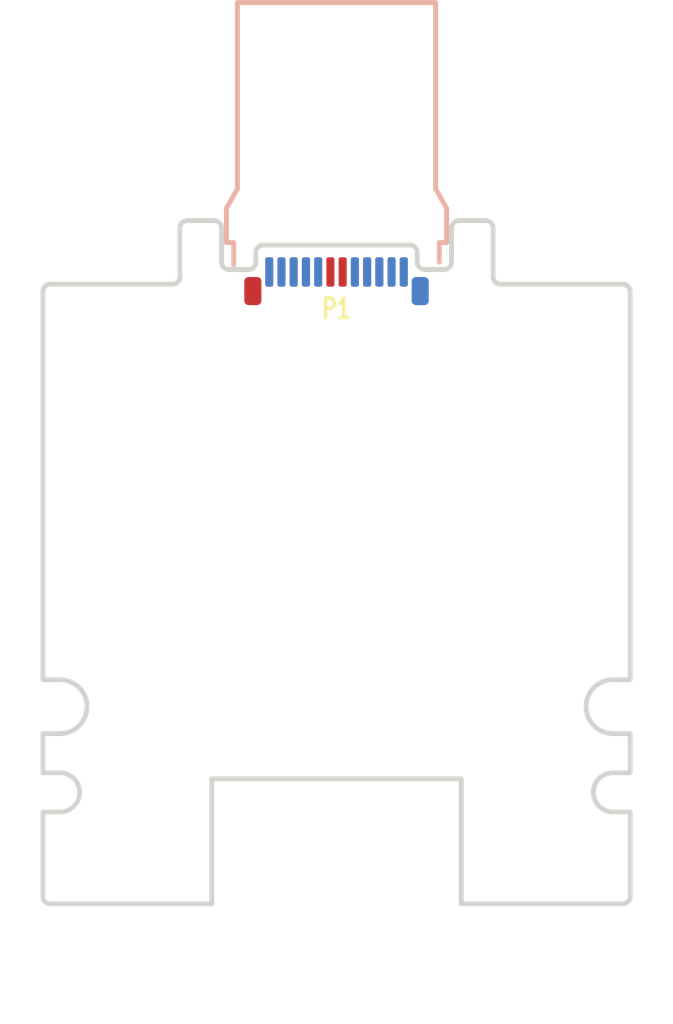
<source format=kicad_pcb>
(kicad_pcb (version 20221018) (generator pcbnew)
  (layers (0 "F.Cu" signal) (31 "B.Cu" signal) (34 "B.Paste" user) (35 "F.Paste" user) (36 "B.SilkS" user "B.Silkscreen") (37 "F.SilkS" user "F.Silkscreen") (38 "B.Mask" user) (39 "F.Mask" user) (44 "Edge.Cuts" user))
  (net 0 "")
  (footprint "Medo64:P USB C 3.2 Edge (24w)" (layer "F.Cu") (at 32 22)
    (fp_text reference "P1" (at 0 1.6) (layer "F.SilkS") (effects (font (size 0.8 0.6))))
    (fp_text value "105444-0001" hide)
    (fp_line (start -4.5 -2.5) (end -4.5 -1.1) (stroke (width 0.2)) (layer "B.SilkS"))
    (fp_line (start -4.5 -2.5) (end -4.05 -3.3) (stroke (width 0.2)) (layer "B.SilkS"))
    (fp_line (start -4.5 -1.1) (end -4.2 -1.1) (stroke (width 0.2)) (layer "B.SilkS"))
    (fp_line (start -4.2 -1) (end -4.2 -0.2) (stroke (width 0.2)) (layer "B.SilkS"))
    (fp_line (start -4.05 -10.9) (end -4.05 -3.3) (stroke (width 0.2)) (layer "B.SilkS"))
    (fp_line (start -4.05 -10.9) (end 4.05 -10.9) (stroke (width 0.2)) (layer "B.SilkS"))
    (fp_line (start 4.05 -10.9) (end 4.05 -3.3) (stroke (width 0.2)) (layer "B.SilkS"))
    (fp_line (start 4.2 -1.1) (end 4.2 -0.3) (stroke (width 0.2)) (layer "B.SilkS"))
    (fp_line (start 4.5 -2.5) (end 4.05 -3.3) (stroke (width 0.2)) (layer "B.SilkS"))
    (fp_line (start 4.5 -2.5) (end 4.5 -1.1) (stroke (width 0.2)) (layer "B.SilkS"))
    (fp_line (start 4.5 -1.1) (end 4.2 -1.1) (stroke (width 0.2)) (layer "B.SilkS"))
    (fp_line (start -4.5 -2.5) (end -4.5 -1.1) (stroke (width 0.2)) (layer "F.SilkS"))
    (fp_line (start -4.5 -2.5) (end -4.05 -3.3) (stroke (width 0.2)) (layer "F.SilkS"))
    (fp_line (start -4.5 -1.1) (end -4.2 -1.1) (stroke (width 0.2)) (layer "F.SilkS"))
    (fp_line (start -4.2 -1.1) (end -4.2 -0.3) (stroke (width 0.2)) (layer "F.SilkS"))
    (fp_line (start -4.05 -10.9) (end -4.05 -3.3) (stroke (width 0.2)) (layer "F.SilkS"))
    (fp_line (start -4.05 -10.9) (end 4.05 -10.9) (stroke (width 0.2)) (layer "F.SilkS"))
    (fp_line (start 4.05 -10.9) (end 4.05 -3.3) (stroke (width 0.2)) (layer "F.SilkS"))
    (fp_line (start 4.2 -1.1) (end 4.2 -0.3) (stroke (width 0.2)) (layer "F.SilkS"))
    (fp_line (start 4.5 -2.5) (end 4.05 -3.3) (stroke (width 0.2)) (layer "F.SilkS"))
    (fp_line (start 4.5 -2.5) (end 4.5 -1.1) (stroke (width 0.2)) (layer "F.SilkS"))
    (fp_line (start 4.5 -1.1) (end 4.2 -1.1) (stroke (width 0.2)) (layer "F.SilkS"))
    (pad "A1" smd roundrect locked (at -2.75 0.1) (size 0.33 1.2) (layers "F.Cu" "F.Paste" "F.Mask") (chamfer_ratio 0.2) (chamfer top_left bottom_left))
    (pad "A2" smd roundrect locked (at -2.25 0.1) (size 0.33 1.2) (layers "F.Cu" "F.Paste" "F.Mask"))
    (pad "A3" smd roundrect locked (at -1.75 0.1) (size 0.33 1.2) (layers "F.Cu" "F.Paste" "F.Mask"))
    (pad "A4" smd roundrect locked (at -1.25 0.1) (size 0.33 1.2) (layers "F.Cu" "F.Paste" "F.Mask"))
    (pad "A5" smd roundrect locked (at -0.75 0.1) (size 0.33 1.2) (layers "F.Cu" "F.Paste" "F.Mask"))
    (pad "A6" smd roundrect locked (at -0.25 0.1) (size 0.33 1.2) (layers "F.Cu" "F.Paste" "F.Mask"))
    (pad "A7" smd roundrect locked (at 0.25 0.1) (size 0.33 1.2) (layers "F.Cu" "F.Paste" "F.Mask"))
    (pad "A8" smd roundrect locked (at 0.75 0.1) (size 0.33 1.2) (layers "F.Cu" "F.Paste" "F.Mask"))
    (pad "A9" smd roundrect locked (at 1.25 0.1) (size 0.33 1.2) (layers "F.Cu" "F.Paste" "F.Mask"))
    (pad "A10" smd roundrect locked (at 1.75 0.1) (size 0.33 1.2) (layers "F.Cu" "F.Paste" "F.Mask"))
    (pad "A11" smd roundrect locked (at 2.25 0.1) (size 0.33 1.2) (layers "F.Cu" "F.Paste" "F.Mask"))
    (pad "A12" smd roundrect locked (at 2.75 0.1) (size 0.33 1.2) (layers "F.Cu" "F.Paste" "F.Mask"))
    (pad "B01" smd roundrect locked (at 2.75 0.1) (size 0.33 1.2) (layers "B.Cu" "B.Paste" "B.Mask") (chamfer_ratio 0.2) (chamfer top_right bottom_right))
    (pad "B02" smd roundrect locked (at 2.25 0.1) (size 0.33 1.2) (layers "B.Cu" "B.Paste" "B.Mask"))
    (pad "B03" smd roundrect locked (at 1.75 0.1) (size 0.33 1.2) (layers "B.Cu" "B.Paste" "B.Mask"))
    (pad "B04" smd roundrect locked (at 1.25 0.1) (size 0.33 1.2) (layers "B.Cu" "B.Paste" "B.Mask"))
    (pad "B05" smd roundrect locked (at 0.75 0.1) (size 0.33 1.2) (layers "B.Cu" "B.Paste" "B.Mask"))
    (pad "B08" smd roundrect locked (at -0.75 0.1) (size 0.33 1.2) (layers "B.Cu" "B.Paste" "B.Mask"))
    (pad "B09" smd roundrect locked (at -1.25 0.1) (size 0.33 1.2) (layers "B.Cu" "B.Paste" "B.Mask"))
    (pad "B10" smd roundrect locked (at -1.75 0.1) (size 0.33 1.2) (layers "B.Cu" "B.Paste" "B.Mask"))
    (pad "B11" smd roundrect locked (at -2.25 0.1) (size 0.33 1.2) (layers "B.Cu" "B.Paste" "B.Mask"))
    (pad "B12" smd roundrect locked (at -2.75 0.1) (size 0.33 1.2) (layers "B.Cu" "B.Paste" "B.Mask"))
    (pad "S" smd roundrect locked (at -3.42 0.88) (size 0.7 1.15) (layers "F.Cu" "F.Paste" "F.Mask"))
    (pad "S" smd roundrect locked (at 3.42 0.88) (size 0.7 1.15) (layers "B.Cu" "B.Paste" "B.Mask"))
  )
  (gr_line locked (start 38.4 20.3) (end 38.4 22.3) (stroke (width 0.2)) (layer "Edge.Cuts"))
  (gr_arc locked (start 25.6 22.3) (mid 25.512132 22.512132) (end 25.3 22.6) (stroke (width 0.2)) (layer "Edge.Cuts"))
  (gr_arc locked (start 43.3 40.95) (mid 42.2 39.85) (end 43.3 38.75) (stroke (width 0.2)) (layer "Edge.Cuts"))
  (gr_line locked (start 37.1 47.9) (end 43.7 47.9) (stroke (width 0.2)) (layer "Edge.Cuts"))
  (gr_line locked (start 20.7 40.95) (end 20 40.95) (stroke (width 0.2)) (layer "Edge.Cuts"))
  (gr_line locked (start 43.3 40.95) (end 44 40.95) (stroke (width 0.2)) (layer "Edge.Cuts"))
  (gr_line locked (start 44 44.15) (end 43.3 44.15) (stroke (width 0.2)) (layer "Edge.Cuts"))
  (gr_arc locked (start 35 21) (mid 35.212132 21.087868) (end 35.3 21.3) (stroke (width 0.2)) (layer "Edge.Cuts"))
  (gr_arc locked (start 28.7 21.3) (mid 28.787868 21.087868) (end 29 21) (stroke (width 0.2)) (layer "Edge.Cuts"))
  (gr_line locked (start 38.1 20) (end 37 20) (stroke (width 0.2)) (layer "Edge.Cuts"))
  (gr_arc locked (start 28.7 21.7) (mid 28.612132 21.912132) (end 28.4 22) (stroke (width 0.2)) (layer "Edge.Cuts"))
  (gr_arc locked (start 27 20) (mid 27.212132 20.087868) (end 27.3 20.3) (stroke (width 0.2)) (layer "Edge.Cuts"))
  (gr_arc locked (start 43.7 22.6) (mid 43.912132 22.687868) (end 44 22.9) (stroke (width 0.2)) (layer "Edge.Cuts"))
  (gr_line locked (start 20 44.15) (end 20 47.6) (stroke (width 0.2)) (layer "Edge.Cuts"))
  (gr_line locked (start 20 38.75) (end 20.7 38.75) (stroke (width 0.2)) (layer "Edge.Cuts"))
  (gr_line locked (start 44 42.55) (end 43.3 42.55) (stroke (width 0.2)) (layer "Edge.Cuts"))
  (gr_arc locked (start 38.7 22.6) (mid 38.487868 22.512132) (end 38.4 22.3) (stroke (width 0.2)) (layer "Edge.Cuts"))
  (gr_line locked (start 44 42.55) (end 44 40.95) (stroke (width 0.2)) (layer "Edge.Cuts"))
  (gr_line locked (start 28.4 22) (end 27.6 22) (stroke (width 0.2)) (layer "Edge.Cuts"))
  (gr_line locked (start 43.7 22.6) (end 38.7 22.6) (stroke (width 0.2)) (layer "Edge.Cuts"))
  (gr_line locked (start 20.3 22.6) (end 25.3 22.6) (stroke (width 0.2)) (layer "Edge.Cuts"))
  (gr_arc locked (start 38.1 20) (mid 38.312132 20.087868) (end 38.4 20.3) (stroke (width 0.2)) (layer "Edge.Cuts"))
  (gr_arc locked (start 35.6 22) (mid 35.387868 21.912132) (end 35.3 21.7) (stroke (width 0.2)) (layer "Edge.Cuts"))
  (gr_line locked (start 35.3 21.7) (end 35.3 21.3) (stroke (width 0.2)) (layer "Edge.Cuts"))
  (gr_line locked (start 27.3 20.3) (end 27.3 21.7) (stroke (width 0.2)) (layer "Edge.Cuts"))
  (gr_arc locked (start 20 22.9) (mid 20.087868 22.687868) (end 20.3 22.6) (stroke (width 0.2)) (layer "Edge.Cuts"))
  (gr_arc locked (start 36.7 20.3) (mid 36.787868 20.087868) (end 37 20) (stroke (width 0.2)) (layer "Edge.Cuts"))
  (gr_arc locked (start 20.7 42.55) (mid 21.5 43.35) (end 20.7 44.15) (stroke (width 0.2)) (layer "Edge.Cuts"))
  (gr_arc locked (start 27.6 22) (mid 27.387868 21.912132) (end 27.3 21.7) (stroke (width 0.2)) (layer "Edge.Cuts"))
  (gr_line locked (start 36.7 20.3) (end 36.7 21.7) (stroke (width 0.2)) (layer "Edge.Cuts"))
  (gr_arc locked (start 44 47.6) (mid 43.912132 47.812132) (end 43.7 47.9) (stroke (width 0.2)) (layer "Edge.Cuts"))
  (gr_line locked (start 36.4 22) (end 35.6 22) (stroke (width 0.2)) (layer "Edge.Cuts"))
  (gr_line locked (start 44 22.9) (end 44 38.75) (stroke (width 0.2)) (layer "Edge.Cuts"))
  (gr_line locked (start 43.3 38.75) (end 44 38.75) (stroke (width 0.2)) (layer "Edge.Cuts"))
  (gr_line locked (start 28.7 21.7) (end 28.7 21.3) (stroke (width 0.2)) (layer "Edge.Cuts"))
  (gr_arc locked (start 20.7 38.75) (mid 21.8 39.85) (end 20.7 40.95) (stroke (width 0.2)) (layer "Edge.Cuts"))
  (gr_arc locked (start 43.3 44.15) (mid 42.5 43.35) (end 43.3 42.55) (stroke (width 0.2)) (layer "Edge.Cuts"))
  (gr_line locked (start 25.9 20) (end 27 20) (stroke (width 0.2)) (layer "Edge.Cuts"))
  (gr_line locked (start 25.6 20.3) (end 25.6 22.3) (stroke (width 0.2)) (layer "Edge.Cuts"))
  (gr_line locked (start 44 44.15) (end 44 47.6) (stroke (width 0.2)) (layer "Edge.Cuts"))
  (gr_line locked (start 20 22.9) (end 20 38.75) (stroke (width 0.2)) (layer "Edge.Cuts"))
  (gr_line locked (start 20.7 44.15) (end 20 44.15) (stroke (width 0.2)) (layer "Edge.Cuts"))
  (gr_line locked (start 37.1 42.8) (end 26.9 42.8) (stroke (width 0.2)) (layer "Edge.Cuts"))
  (gr_arc locked (start 25.6 20.3) (mid 25.687868 20.087868) (end 25.9 20) (stroke (width 0.2)) (layer "Edge.Cuts"))
  (gr_arc locked (start 36.7 21.7) (mid 36.612132 21.912132) (end 36.4 22) (stroke (width 0.2)) (layer "Edge.Cuts"))
  (gr_line locked (start 29 21) (end 35 21) (stroke (width 0.2)) (layer "Edge.Cuts"))
  (gr_line locked (start 26.9 47.9) (end 26.9 42.8) (stroke (width 0.2)) (layer "Edge.Cuts"))
  (gr_line locked (start 20.7 42.55) (end 20 42.55) (stroke (width 0.2)) (layer "Edge.Cuts"))
  (gr_line locked (start 20 42.55) (end 20 40.95) (stroke (width 0.2)) (layer "Edge.Cuts"))
  (gr_line locked (start 20.3 47.9) (end 26.9 47.9) (stroke (width 0.2)) (layer "Edge.Cuts"))
  (gr_line locked (start 37.1 47.9) (end 37.1 42.8) (stroke (width 0.2)) (layer "Edge.Cuts"))
  (gr_arc locked (start 20.3 47.9) (mid 20.087868 47.812132) (end 20 47.6) (stroke (width 0.2)) (layer "Edge.Cuts"))
)
</source>
